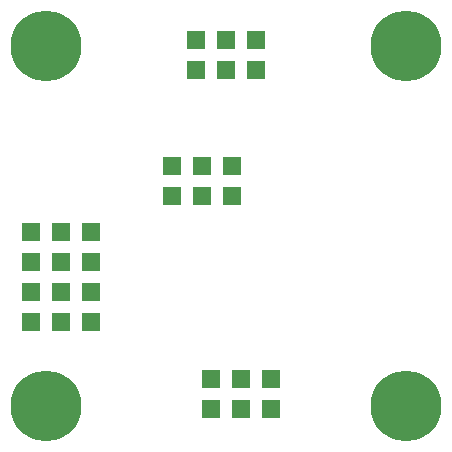
<source format=gbr>
%TF.GenerationSoftware,KiCad,Pcbnew,6.0.11+dfsg-1~bpo11+1*%
%TF.CreationDate,2023-05-25T08:06:55+00:00*%
%TF.ProjectId,AMUX01,414d5558-3031-42e6-9b69-6361645f7063,rev?*%
%TF.SameCoordinates,Original*%
%TF.FileFunction,Soldermask,Top*%
%TF.FilePolarity,Negative*%
%FSLAX46Y46*%
G04 Gerber Fmt 4.6, Leading zero omitted, Abs format (unit mm)*
G04 Created by KiCad (PCBNEW 6.0.11+dfsg-1~bpo11+1) date 2023-05-25 08:06:55*
%MOMM*%
%LPD*%
G01*
G04 APERTURE LIST*
%ADD10C,6.000000*%
%ADD11R,1.524000X1.524000*%
G04 APERTURE END LIST*
D10*
%TO.C,M2*%
X40640000Y40640000D03*
%TD*%
%TO.C,M4*%
X40640000Y10160000D03*
%TD*%
D11*
%TO.C,J3*%
X8890000Y24892000D03*
X11430000Y24892000D03*
X13970000Y24892000D03*
%TD*%
%TO.C,J6*%
X24130000Y9906000D03*
X24130000Y12446000D03*
X26670000Y9906000D03*
X26670000Y12446000D03*
X29210000Y9906000D03*
X29210000Y12446000D03*
%TD*%
%TO.C,J5*%
X8890000Y22352000D03*
X11430000Y22352000D03*
X13970000Y22352000D03*
%TD*%
%TO.C,J1*%
X27940000Y41148000D03*
X27940000Y38608000D03*
X25400000Y41148000D03*
X25400000Y38608000D03*
X22860000Y41148000D03*
X22860000Y38608000D03*
%TD*%
D10*
%TO.C,M3*%
X10160000Y10160000D03*
%TD*%
D11*
%TO.C,J2*%
X8890000Y17272000D03*
X11430000Y17272000D03*
X13970000Y17272000D03*
%TD*%
%TO.C,J4*%
X8890000Y19812000D03*
X11430000Y19812000D03*
X13970000Y19812000D03*
%TD*%
D10*
%TO.C,M1*%
X10160000Y40640000D03*
%TD*%
D11*
%TO.C,J9*%
X25908000Y27940000D03*
X25908000Y30480000D03*
%TD*%
%TO.C,J7*%
X20828001Y27940000D03*
X20828001Y30480000D03*
%TD*%
%TO.C,J8*%
X23368000Y27940000D03*
X23368000Y30480000D03*
%TD*%
M02*

</source>
